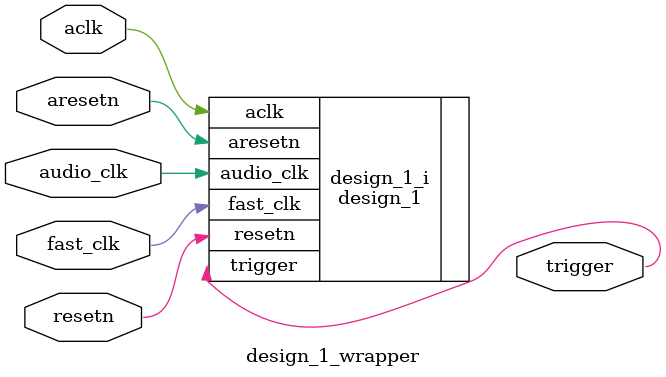
<source format=v>
`timescale 1 ps / 1 ps

module design_1_wrapper
   (aclk,
    aresetn,
    audio_clk,
    fast_clk,
    resetn,
    trigger);
  input aclk;
  input aresetn;
  input audio_clk;
  input fast_clk;
  input resetn;
  output trigger;

  wire aclk;
  wire aresetn;
  wire audio_clk;
  wire fast_clk;
  wire resetn;
  wire trigger;

  design_1 design_1_i
       (.aclk(aclk),
        .aresetn(aresetn),
        .audio_clk(audio_clk),
        .fast_clk(fast_clk),
        .resetn(resetn),
        .trigger(trigger));
endmodule

</source>
